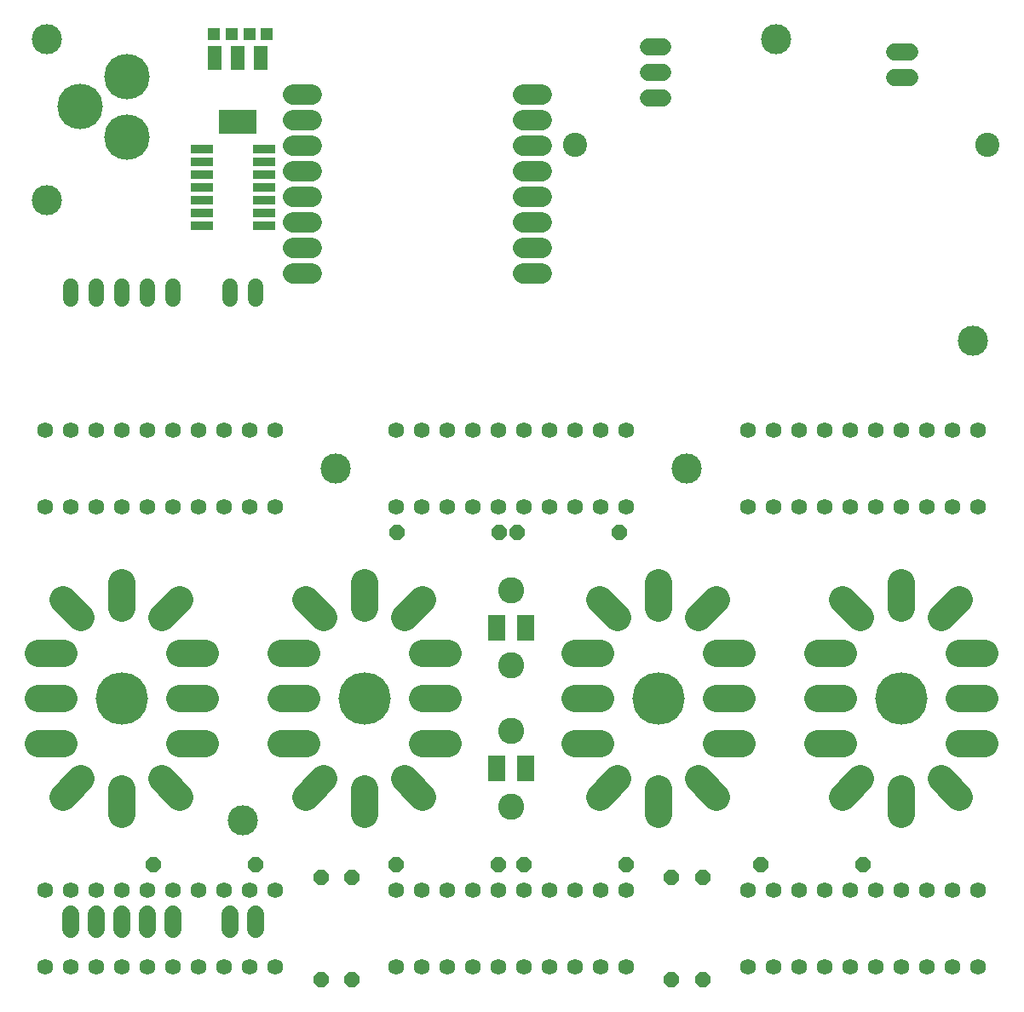
<source format=gbr>
G04 EAGLE Gerber RS-274X export*
G75*
%MOMM*%
%FSLAX34Y34*%
%LPD*%
%INSoldermask Top*%
%IPPOS*%
%AMOC8*
5,1,8,0,0,1.08239X$1,22.5*%
G01*
%ADD10P,1.649562X8X292.500000*%
%ADD11P,1.649562X8X22.500000*%
%ADD12P,1.649562X8X202.500000*%
%ADD13C,2.743200*%
%ADD14C,5.203200*%
%ADD15C,1.589200*%
%ADD16C,3.003200*%
%ADD17C,1.727200*%
%ADD18C,2.603200*%
%ADD19R,1.803200X2.603200*%
%ADD20R,1.253200X1.283200*%
%ADD21R,2.235200X0.863600*%
%ADD22C,4.521200*%
%ADD23C,2.032000*%
%ADD24C,1.711200*%
%ADD25C,2.403200*%
%ADD26C,1.524000*%
%ADD27R,1.473200X2.489200*%
%ADD28R,3.759200X2.362200*%


D10*
X312420Y127000D03*
X312420Y25400D03*
X342900Y127000D03*
X342900Y25400D03*
X660400Y127000D03*
X660400Y25400D03*
X692150Y127000D03*
X692150Y25400D03*
D11*
X146050Y139700D03*
X247650Y139700D03*
D12*
X488950Y139700D03*
X387350Y139700D03*
X615950Y139700D03*
X514350Y139700D03*
D11*
X749300Y139700D03*
X850900Y139700D03*
D13*
X114300Y394800D02*
X114300Y420200D01*
X171800Y304800D02*
X197200Y304800D01*
X197200Y349800D02*
X171800Y349800D01*
X114300Y214800D02*
X114300Y189400D01*
X171800Y259800D02*
X197200Y259800D01*
X154300Y224800D02*
X172261Y206840D01*
X154300Y384800D02*
X172261Y402761D01*
X74300Y384800D02*
X56340Y402761D01*
X56800Y349800D02*
X31400Y349800D01*
X31400Y304800D02*
X56800Y304800D01*
X56800Y259800D02*
X31400Y259800D01*
X74300Y224800D02*
X56340Y206840D01*
D14*
X114300Y304800D03*
D15*
X965200Y571500D03*
X939800Y571500D03*
X914400Y571500D03*
X889000Y571500D03*
X863600Y571500D03*
X838200Y571500D03*
X812800Y571500D03*
X787400Y571500D03*
X762000Y571500D03*
X736600Y571500D03*
X736600Y495300D03*
X762000Y495300D03*
X787400Y495300D03*
X812800Y495300D03*
X838200Y495300D03*
X863600Y495300D03*
X889000Y495300D03*
X914400Y495300D03*
X939800Y495300D03*
X965200Y495300D03*
D13*
X355600Y420200D02*
X355600Y394800D01*
X413100Y304800D02*
X438500Y304800D01*
X438500Y349800D02*
X413100Y349800D01*
X355600Y214800D02*
X355600Y189400D01*
X413100Y259800D02*
X438500Y259800D01*
X395600Y224800D02*
X413561Y206840D01*
X395600Y384800D02*
X413561Y402761D01*
X315600Y384800D02*
X297640Y402761D01*
X298100Y349800D02*
X272700Y349800D01*
X272700Y304800D02*
X298100Y304800D01*
X298100Y259800D02*
X272700Y259800D01*
X315600Y224800D02*
X297640Y206840D01*
D14*
X355600Y304800D03*
D13*
X647700Y394800D02*
X647700Y420200D01*
X705200Y304800D02*
X730600Y304800D01*
X730600Y349800D02*
X705200Y349800D01*
X647700Y214800D02*
X647700Y189400D01*
X705200Y259800D02*
X730600Y259800D01*
X687700Y224800D02*
X705661Y206840D01*
X687700Y384800D02*
X705661Y402761D01*
X607700Y384800D02*
X589740Y402761D01*
X590200Y349800D02*
X564800Y349800D01*
X564800Y304800D02*
X590200Y304800D01*
X590200Y259800D02*
X564800Y259800D01*
X607700Y224800D02*
X589740Y206840D01*
D14*
X647700Y304800D03*
D13*
X889000Y394800D02*
X889000Y420200D01*
X946500Y304800D02*
X971900Y304800D01*
X971900Y349800D02*
X946500Y349800D01*
X889000Y214800D02*
X889000Y189400D01*
X946500Y259800D02*
X971900Y259800D01*
X929000Y224800D02*
X946961Y206840D01*
X929000Y384800D02*
X946961Y402761D01*
X849000Y384800D02*
X831040Y402761D01*
X831500Y349800D02*
X806100Y349800D01*
X806100Y304800D02*
X831500Y304800D01*
X831500Y259800D02*
X806100Y259800D01*
X849000Y224800D02*
X831040Y206840D01*
D14*
X889000Y304800D03*
D15*
X38100Y38100D03*
X63500Y38100D03*
X88900Y38100D03*
X114300Y38100D03*
X139700Y38100D03*
X165100Y38100D03*
X190500Y38100D03*
X215900Y38100D03*
X241300Y38100D03*
X266700Y38100D03*
X266700Y114300D03*
X241300Y114300D03*
X215900Y114300D03*
X190500Y114300D03*
X165100Y114300D03*
X139700Y114300D03*
X114300Y114300D03*
X88900Y114300D03*
X63500Y114300D03*
X38100Y114300D03*
X266700Y571500D03*
X241300Y571500D03*
X215900Y571500D03*
X190500Y571500D03*
X165100Y571500D03*
X139700Y571500D03*
X114300Y571500D03*
X88900Y571500D03*
X63500Y571500D03*
X38100Y571500D03*
X38100Y495300D03*
X63500Y495300D03*
X88900Y495300D03*
X114300Y495300D03*
X139700Y495300D03*
X165100Y495300D03*
X190500Y495300D03*
X215900Y495300D03*
X241300Y495300D03*
X266700Y495300D03*
X387350Y38100D03*
X412750Y38100D03*
X438150Y38100D03*
X463550Y38100D03*
X488950Y38100D03*
X514350Y38100D03*
X539750Y38100D03*
X565150Y38100D03*
X590550Y38100D03*
X615950Y38100D03*
X615950Y114300D03*
X590550Y114300D03*
X565150Y114300D03*
X539750Y114300D03*
X514350Y114300D03*
X488950Y114300D03*
X463550Y114300D03*
X438150Y114300D03*
X412750Y114300D03*
X387350Y114300D03*
X615950Y571500D03*
X590550Y571500D03*
X565150Y571500D03*
X539750Y571500D03*
X514350Y571500D03*
X488950Y571500D03*
X463550Y571500D03*
X438150Y571500D03*
X412750Y571500D03*
X387350Y571500D03*
X387350Y495300D03*
X412750Y495300D03*
X438150Y495300D03*
X463550Y495300D03*
X488950Y495300D03*
X514350Y495300D03*
X539750Y495300D03*
X565150Y495300D03*
X590550Y495300D03*
X615950Y495300D03*
X736600Y38100D03*
X762000Y38100D03*
X787400Y38100D03*
X812800Y38100D03*
X838200Y38100D03*
X863600Y38100D03*
X889000Y38100D03*
X914400Y38100D03*
X939800Y38100D03*
X965200Y38100D03*
X965200Y114300D03*
X939800Y114300D03*
X914400Y114300D03*
X889000Y114300D03*
X863600Y114300D03*
X838200Y114300D03*
X812800Y114300D03*
X787400Y114300D03*
X762000Y114300D03*
X736600Y114300D03*
D11*
X507350Y469900D03*
X608950Y469900D03*
D12*
X489600Y469900D03*
X388000Y469900D03*
D16*
X676275Y533400D03*
X327025Y533400D03*
D17*
X222250Y90170D02*
X222250Y74930D01*
X247650Y74930D02*
X247650Y90170D01*
X63500Y90170D02*
X63500Y74930D01*
X88900Y74930D02*
X88900Y90170D01*
X114300Y90170D02*
X114300Y74930D01*
X139700Y74930D02*
X139700Y90170D01*
X165100Y90170D02*
X165100Y74930D01*
D18*
X501650Y337500D03*
X501650Y412500D03*
X501650Y197500D03*
X501650Y272500D03*
D19*
X487400Y235000D03*
X515900Y235000D03*
X487400Y375000D03*
X515900Y375000D03*
D16*
X234950Y183400D03*
D20*
X206250Y965000D03*
X223750Y965000D03*
X241250Y965000D03*
X258750Y965000D03*
D21*
X194266Y851200D03*
X255734Y851200D03*
X194266Y838500D03*
X194266Y825800D03*
X255734Y838500D03*
X255734Y825800D03*
X194266Y813100D03*
X255734Y813100D03*
X194266Y800400D03*
X194266Y787700D03*
X255734Y800400D03*
X255734Y787700D03*
X194266Y775000D03*
X255734Y775000D03*
D22*
X120000Y863000D03*
X120000Y923000D03*
X73000Y893000D03*
D23*
X284936Y904810D02*
X303224Y904810D01*
X303224Y879410D02*
X284936Y879410D01*
X284936Y854010D02*
X303224Y854010D01*
X303224Y828610D02*
X284936Y828610D01*
X284936Y803210D02*
X303224Y803210D01*
X303224Y777810D02*
X284936Y777810D01*
X284936Y752410D02*
X303224Y752410D01*
X303224Y727010D02*
X284936Y727010D01*
X513536Y904810D02*
X531824Y904810D01*
X531824Y879410D02*
X513536Y879410D01*
X513536Y854010D02*
X531824Y854010D01*
X531824Y828610D02*
X513536Y828610D01*
X513536Y803210D02*
X531824Y803210D01*
X531824Y777810D02*
X513536Y777810D01*
X513536Y752410D02*
X531824Y752410D01*
X531824Y727010D02*
X513536Y727010D01*
D24*
X637460Y952580D02*
X652540Y952580D01*
X652540Y927180D02*
X637460Y927180D01*
X637460Y901780D02*
X652540Y901780D01*
X882460Y947080D02*
X897540Y947080D01*
X897540Y921680D02*
X882460Y921680D01*
D25*
X565000Y855080D03*
X975000Y855080D03*
D26*
X247650Y714704D02*
X247650Y701496D01*
X222250Y701496D02*
X222250Y714704D01*
D27*
X252860Y941750D03*
X230000Y941750D03*
X207140Y941750D03*
D28*
X230000Y878250D03*
D26*
X165100Y714704D02*
X165100Y701496D01*
X139700Y701496D02*
X139700Y714704D01*
X114300Y714704D02*
X114300Y701496D01*
X88900Y701496D02*
X88900Y714704D01*
X63500Y714704D02*
X63500Y701496D01*
D16*
X960000Y660000D03*
X40000Y800000D03*
X40000Y960000D03*
X765000Y960000D03*
M02*

</source>
